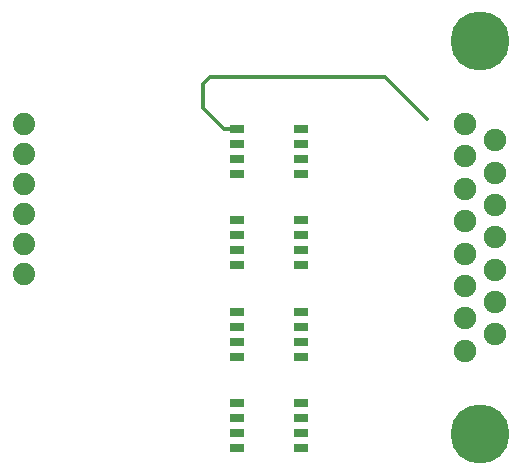
<source format=gbl>
G04 project-name*
%FSLAX35Y35*%
%MOMM*%
%ADD10C,0.3*%
%LPD*%
D10*
X-5341833Y19960000D02*
G01*
X-5445400Y19960000D01*
X-5621563Y20136162D01*
X-5621563Y20343295D01*
X-5562382Y20402475D01*
X-4087798Y20402475D01*
X-3732714Y20047391D01*
G04 x.ro(1)*
%LPD*%
%ADD11R,1.2X0.8*%
D11*
X-4791833Y18410833D02*
D03*

G04 x.N_re(2)*
%LPD*%
D11*
X-4791833Y18283833D02*
D03*

G04 x.de(3)*
%LPD*%
D11*
X-4791833Y18156833D02*
D03*

G04 x.di(4)*
%LPD*%
D11*
X-4791833Y18029833D02*
D03*

G04 x.vcc(8)*
%LPD*%
D11*
X-5341833Y18410833D02*
D03*

G04 x.B(7)*
%LPD*%
D11*
X-5341833Y18283833D02*
D03*

G04 x.A(6)*
%LPD*%
D11*
X-5341833Y18156833D02*
D03*

G04 x.gnd(5)*
%LPD*%
D11*
X-5341833Y18029833D02*
D03*

G04 y.ro(1)*
%LPD*%
D11*
X-4791833Y17636250D02*
D03*

G04 y.N_re(2)*
%LPD*%
D11*
X-4791833Y17509250D02*
D03*

G04 y.de(3)*
%LPD*%
D11*
X-4791833Y17382250D02*
D03*

G04 y.di(4)*
%LPD*%
D11*
X-4791833Y17255250D02*
D03*

G04 y.vcc(8)*
%LPD*%
D11*
X-5341833Y17636250D02*
D03*

G04 y.B(7)*
%LPD*%
D11*
X-5341833Y17509250D02*
D03*

G04 y.A(6)*
%LPD*%
D11*
X-5341833Y17382250D02*
D03*

G04 y.gnd(5)*
%LPD*%
D11*
X-5341833Y17255250D02*
D03*

G04 sync.ro(1)*
%LPD*%
D11*
X-4791833Y19185416D02*
D03*

G04 sync.N_re(2)*
%LPD*%
D11*
X-4791833Y19058416D02*
D03*

G04 sync.de(3)*
%LPD*%
D11*
X-4791833Y18931416D02*
D03*

G04 sync.di(4)*
%LPD*%
D11*
X-4791833Y18804416D02*
D03*

G04 sync.vcc(8)*
%LPD*%
D11*
X-5341833Y19185416D02*
D03*

G04 sync.B(7)*
%LPD*%
D11*
X-5341833Y19058416D02*
D03*

G04 sync.A(6)*
%LPD*%
D11*
X-5341833Y18931416D02*
D03*

G04 sync.gnd(5)*
%LPD*%
D11*
X-5341833Y18804416D02*
D03*

G04 clk.ro(1)*
%LPD*%
D11*
X-4791833Y19960000D02*
D03*

G04 clk.N_re(2)*
%LPD*%
D11*
X-4791833Y19833000D02*
D03*

G04 clk.de(3)*
%LPD*%
D11*
X-4791833Y19706000D02*
D03*

G04 clk.di(4)*
%LPD*%
D11*
X-4791833Y19579000D02*
D03*

G04 clk.vcc(8)*
%LPD*%
D11*
X-5341833Y19960000D02*
D03*

G04 clk.B(7)*
%LPD*%
D11*
X-5341833Y19833000D02*
D03*

G04 clk.A(6)*
%LPD*%
D11*
X-5341833Y19706000D02*
D03*

G04 clk.gnd(5)*
%LPD*%
D11*
X-5341833Y19579000D02*
D03*

G04 conn1.1(1)*
%LPD*%
%ADD12C,1.89*%
D12*
X-7144750Y20000000D02*
D03*

G04 conn1.2(2)*
%LPD*%
D12*
X-7144750Y19746000D02*
D03*

G04 conn1.3(3)*
%LPD*%
D12*
X-7144750Y19492000D02*
D03*

G04 conn1.4(4)*
%LPD*%
D12*
X-7144750Y19238000D02*
D03*

G04 conn1.5(5)*
%LPD*%
D12*
X-7144750Y18984000D02*
D03*

G04 conn1.6(6)*
%LPD*%
D12*
X-7144750Y18730000D02*
D03*

G04 c1.clk-(1)*
%LPD*%
%ADD13C,1.9*%
D13*
X-3408916Y20000000D02*
D03*

G04 c1.sync-(2)*
%LPD*%
D13*
X-3408916Y19725999D02*
D03*

G04 c1.x-(3)*
%LPD*%
D13*
X-3408916Y19452000D02*
D03*

G04 c1.y-(4)*
%LPD*%
D13*
X-3408916Y19177999D02*
D03*

G04 c1.y_stat-(5)*
%LPD*%
D13*
X-3408916Y18904000D02*
D03*

G04 c1.x_stat-(6)*
%LPD*%
D13*
X-3408916Y18629999D02*
D03*

G04 c1.nc(7)*
%LPD*%
D13*
X-3408916Y18356000D02*
D03*

G04 c1.nc(8)*
%LPD*%
D13*
X-3408916Y18081999D02*
D03*

G04 c1.clk+(9)*
%LPD*%
D13*
X-3154916Y19863000D02*
D03*

G04 c1.sync+(10)*
%LPD*%
D13*
X-3154916Y19588999D02*
D03*

G04 c1.x+(11)*
%LPD*%
D13*
X-3154916Y19315000D02*
D03*

G04 c1.y+(12)*
%LPD*%
D13*
X-3154916Y19040999D02*
D03*

G04 c1.y_stat+(13)*
%LPD*%
D13*
X-3154916Y18767000D02*
D03*

G04 c1.x_stat+(14)*
%LPD*%
D13*
X-3154916Y18493000D02*
D03*

G04 c1.nc(15)*
%LPD*%
D13*
X-3154916Y18219000D02*
D03*

G04 c1.S(S)*
%LPD*%
%ADD14C,5*%
D14*
X-3281916Y20707000D02*
D03*

G04 c1.S(S)*
%LPD*%
D14*
X-3281916Y17374999D02*
D03*

M02*
</source>
